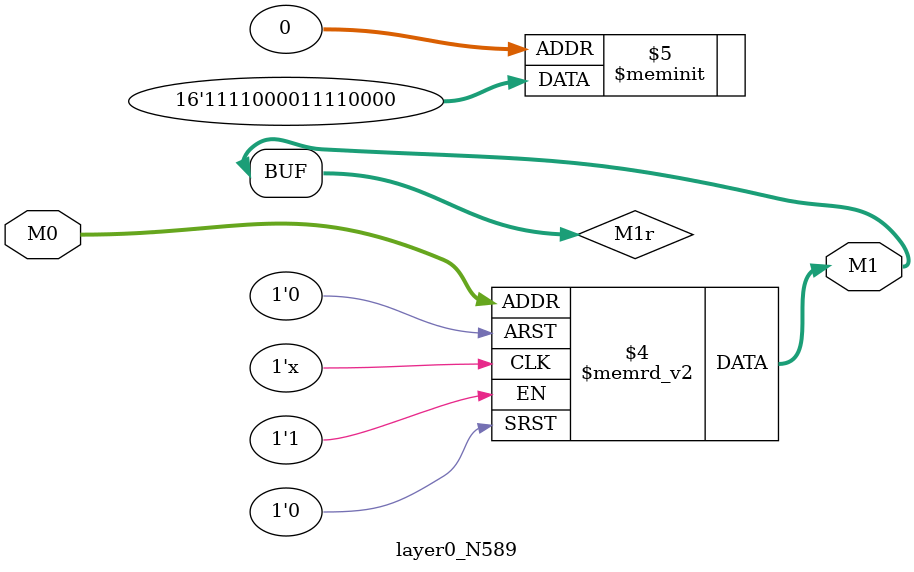
<source format=v>
module layer0_N589 ( input [2:0] M0, output [1:0] M1 );

	(*rom_style = "distributed" *) reg [1:0] M1r;
	assign M1 = M1r;
	always @ (M0) begin
		case (M0)
			3'b000: M1r = 2'b00;
			3'b100: M1r = 2'b00;
			3'b010: M1r = 2'b11;
			3'b110: M1r = 2'b11;
			3'b001: M1r = 2'b00;
			3'b101: M1r = 2'b00;
			3'b011: M1r = 2'b11;
			3'b111: M1r = 2'b11;

		endcase
	end
endmodule

</source>
